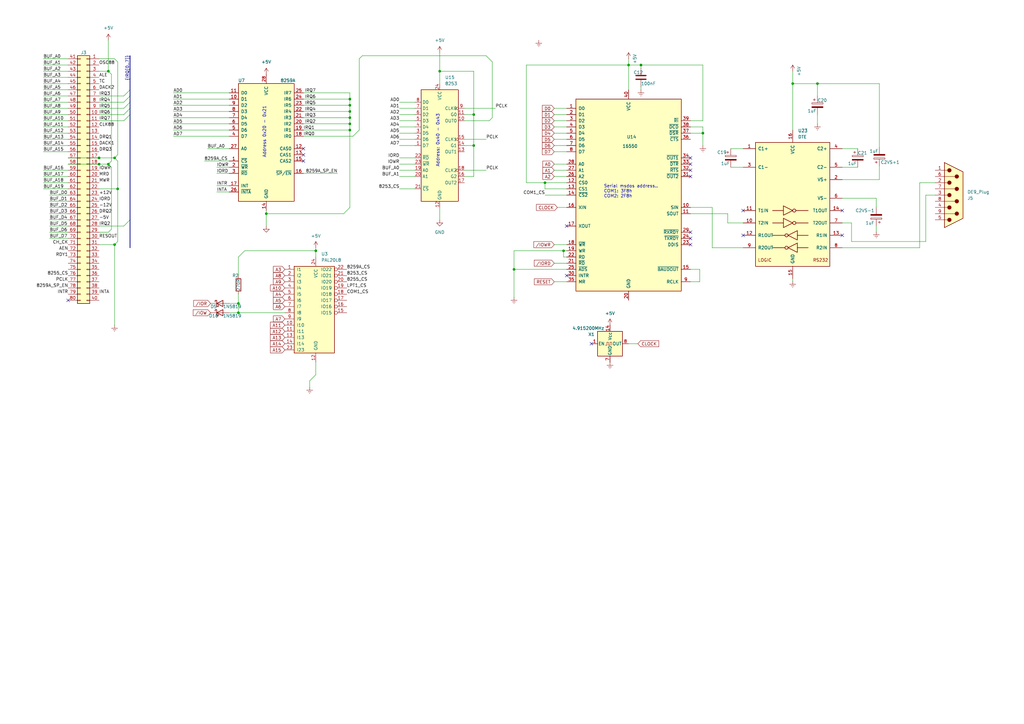
<source format=kicad_sch>
(kicad_sch (version 20230121) (generator eeschema)
  (paper "A3")
  (lib_symbols
    (symbol "+5V_1" (power) (pin_names (offset 0))
      (property "Value" "+5V_1" (at 0 3.556 0))
      (symbol "+5V_1_1_1"
        (pin power_in line (at 0 0 90) (length 0) hide (name "+5V") (number "1"))
      )
    )
    (symbol "Connector:DE9_Plug" (pin_names (offset 1.016) hide)
      (property "Reference" "J" (at 0 13.97 0))
      (property "Value" "DE9_Plug" (at 0 -14.605 0))
      (symbol "DE9_Plug_1_1"
        (pin passive line (at -7.62 -10.16 0) (length 3.81) (name "1") (number "1"))
        (pin passive line (at -7.62 -5.08 0) (length 3.81) (name "2") (number "2"))
        (pin passive line (at -7.62 0 0) (length 3.81) (name "3") (number "3"))
        (pin passive line (at -7.62 5.08 0) (length 3.81) (name "4") (number "4"))
        (pin passive line (at -7.62 10.16 0) (length 3.81) (name "5") (number "5"))
        (pin passive line (at -7.62 -7.62 0) (length 3.81) (name "6") (number "6"))
        (pin passive line (at -7.62 -2.54 0) (length 3.81) (name "7") (number "7"))
        (pin passive line (at -7.62 2.54 0) (length 3.81) (name "8") (number "8"))
        (pin passive line (at -7.62 7.62 0) (length 3.81) (name "9") (number "9"))
      )
    )
    (symbol "Connector_Generic:Conn_02x40_Top_Bottom" (pin_names (offset 1.016) hide)
      (property "Reference" "J" (at 1.27 50.8 0))
      (property "Value" "Conn_02x40_Top_Bottom" (at 1.27 -53.34 0))
      (symbol "Conn_02x40_Top_Bottom_1_1"
        (pin passive line (at -5.08 48.26 0) (length 3.81) (name "Pin_1") (number "1"))
        (pin passive line (at -5.08 25.4 0) (length 3.81) (name "Pin_10") (number "10"))
        (pin passive line (at -5.08 22.86 0) (length 3.81) (name "Pin_11") (number "11"))
        (pin passive line (at -5.08 20.32 0) (length 3.81) (name "Pin_12") (number "12"))
        (pin passive line (at -5.08 17.78 0) (length 3.81) (name "Pin_13") (number "13"))
        (pin passive line (at -5.08 15.24 0) (length 3.81) (name "Pin_14") (number "14"))
        (pin passive line (at -5.08 12.7 0) (length 3.81) (name "Pin_15") (number "15"))
        (pin passive line (at -5.08 10.16 0) (length 3.81) (name "Pin_16") (number "16"))
        (pin passive line (at -5.08 7.62 0) (length 3.81) (name "Pin_17") (number "17"))
        (pin passive line (at -5.08 5.08 0) (length 3.81) (name "Pin_18") (number "18"))
        (pin passive line (at -5.08 2.54 0) (length 3.81) (name "Pin_19") (number "19"))
        (pin passive line (at -5.08 45.72 0) (length 3.81) (name "Pin_2") (number "2"))
        (pin passive line (at -5.08 0 0) (length 3.81) (name "Pin_20") (number "20"))
        (pin passive line (at -5.08 -2.54 0) (length 3.81) (name "Pin_21") (number "21"))
        (pin passive line (at -5.08 -5.08 0) (length 3.81) (name "Pin_22") (number "22"))
        (pin passive line (at -5.08 -7.62 0) (length 3.81) (name "Pin_23") (number "23"))
        (pin passive line (at -5.08 -10.16 0) (length 3.81) (name "Pin_24") (number "24"))
        (pin passive line (at -5.08 -12.7 0) (length 3.81) (name "Pin_25") (number "25"))
        (pin passive line (at -5.08 -15.24 0) (length 3.81) (name "Pin_26") (number "26"))
        (pin passive line (at -5.08 -17.78 0) (length 3.81) (name "Pin_27") (number "27"))
        (pin passive line (at -5.08 -20.32 0) (length 3.81) (name "Pin_28") (number "28"))
        (pin passive line (at -5.08 -22.86 0) (length 3.81) (name "Pin_29") (number "29"))
        (pin passive line (at -5.08 43.18 0) (length 3.81) (name "Pin_3") (number "3"))
        (pin passive line (at -5.08 -25.4 0) (length 3.81) (name "Pin_30") (number "30"))
        (pin passive line (at -5.08 -27.94 0) (length 3.81) (name "Pin_31") (number "31"))
        (pin passive line (at -5.08 -30.48 0) (length 3.81) (name "Pin_32") (number "32"))
        (pin passive line (at -5.08 -33.02 0) (length 3.81) (name "Pin_33") (number "33"))
        (pin passive line (at -5.08 -35.56 0) (length 3.81) (name "Pin_34") (number "34"))
        (pin passive line (at -5.08 -38.1 0) (length 3.81) (name "Pin_35") (number "35"))
        (pin passive line (at -5.08 -40.64 0) (length 3.81) (name "Pin_36") (number "36"))
        (pin passive line (at -5.08 -43.18 0) (length 3.81) (name "Pin_37") (number "37"))
        (pin passive line (at -5.08 -45.72 0) (length 3.81) (name "Pin_38") (number "38"))
        (pin passive line (at -5.08 -48.26 0) (length 3.81) (name "Pin_39") (number "39"))
        (pin passive line (at -5.08 40.64 0) (length 3.81) (name "Pin_4") (number "4"))
        (pin passive line (at -5.08 -50.8 0) (length 3.81) (name "Pin_40") (number "40"))
        (pin passive line (at 7.62 48.26 180) (length 3.81) (name "Pin_41") (number "41"))
        (pin passive line (at 7.62 45.72 180) (length 3.81) (name "Pin_42") (number "42"))
        (pin passive line (at 7.62 43.18 180) (length 3.81) (name "Pin_43") (number "43"))
        (pin passive line (at 7.62 40.64 180) (length 3.81) (name "Pin_44") (number "44"))
        (pin passive line (at 7.62 38.1 180) (length 3.81) (name "Pin_45") (number "45"))
        (pin passive line (at 7.62 35.56 180) (length 3.81) (name "Pin_46") (number "46"))
        (pin passive line (at 7.62 33.02 180) (length 3.81) (name "Pin_47") (number "47"))
        (pin passive line (at 7.62 30.48 180) (length 3.81) (name "Pin_48") (number "48"))
        (pin passive line (at 7.62 27.94 180) (length 3.81) (name "Pin_49") (number "49"))
        (pin passive line (at -5.08 38.1 0) (length 3.81) (name "Pin_5") (number "5"))
        (pin passive line (at 7.62 25.4 180) (length 3.81) (name "Pin_50") (number "50"))
        (pin passive line (at 7.62 22.86 180) (length 3.81) (name "Pin_51") (number "51"))
        (pin passive line (at 7.62 20.32 180) (length 3.81) (name "Pin_52") (number "52"))
        (pin passive line (at 7.62 17.78 180) (length 3.81) (name "Pin_53") (number "53"))
        (pin passive line (at 7.62 15.24 180) (length 3.81) (name "Pin_54") (number "54"))
        (pin passive line (at 7.62 12.7 180) (length 3.81) (name "Pin_55") (number "55"))
        (pin passive line (at 7.62 10.16 180) (length 3.81) (name "Pin_56") (number "56"))
        (pin passive line (at 7.62 7.62 180) (length 3.81) (name "Pin_57") (number "57"))
        (pin passive line (at 7.62 5.08 180) (length 3.81) (name "Pin_58") (number "58"))
        (pin passive line (at 7.62 2.54 180) (length 3.81) (name "Pin_59") (number "59"))
        (pin passive line (at -5.08 35.56 0) (length 3.81) (name "Pin_6") (number "6"))
        (pin passive line (at 7.62 0 180) (length 3.81) (name "Pin_60") (number "60"))
        (pin passive line (at 7.62 -2.54 180) (length 3.81) (name "Pin_61") (number "61"))
        (pin passive line (at 7.62 -5.08 180) (length 3.81) (name "Pin_62") (number "62"))
        (pin passive line (at 7.62 -7.62 180) (length 3.81) (name "Pin_63") (number "63"))
        (pin passive line (at 7.62 -10.16 180) (length 3.81) (name "Pin_64") (number "64"))
        (pin passive line (at 7.62 -12.7 180) (length 3.81) (name "Pin_65") (number "65"))
        (pin passive line (at 7.62 -15.24 180) (length 3.81) (name "Pin_66") (number "66"))
        (pin passive line (at 7.62 -17.78 180) (length 3.81) (name "Pin_67") (number "67"))
        (pin passive line (at 7.62 -20.32 180) (length 3.81) (name "Pin_68") (number "68"))
        (pin passive line (at 7.62 -22.86 180) (length 3.81) (name "Pin_69") (number "69"))
        (pin passive line (at -5.08 33.02 0) (length 3.81) (name "Pin_7") (number "7"))
        (pin passive line (at 7.62 -25.4 180) (length 3.81) (name "Pin_70") (number "70"))
        (pin passive line (at 7.62 -27.94 180) (length 3.81) (name "Pin_71") (number "71"))
        (pin passive line (at 7.62 -30.48 180) (length 3.81) (name "Pin_72") (number "72"))
        (pin passive line (at 7.62 -33.02 180) (length 3.81) (name "Pin_73") (number "73"))
        (pin passive line (at 7.62 -35.56 180) (length 3.81) (name "Pin_74") (number "74"))
        (pin passive line (at 7.62 -38.1 180) (length 3.81) (name "Pin_75") (number "75"))
        (pin passive line (at 7.62 -40.64 180) (length 3.81) (name "Pin_76") (number "76"))
        (pin passive line (at 7.62 -43.18 180) (length 3.81) (name "Pin_77") (number "77"))
        (pin passive line (at 7.62 -45.72 180) (length 3.81) (name "Pin_78") (number "78"))
        (pin passive line (at 7.62 -48.26 180) (length 3.81) (name "Pin_79") (number "79"))
        (pin passive line (at -5.08 30.48 0) (length 3.81) (name "Pin_8") (number "8"))
        (pin passive line (at 7.62 -50.8 180) (length 3.81) (name "Pin_80") (number "80"))
        (pin passive line (at -5.08 27.94 0) (length 3.81) (name "Pin_9") (number "9"))
      )
    )
    (symbol "Device:C" (pin_numbers hide) (pin_names (offset 0.254))
      (property "Reference" "C" (at 0.635 2.54 0))
      (property "Value" "C" (at 0.635 -2.54 0))
      (symbol "C_1_1"
        (pin passive line (at 0 3.81 270) (length 2.794) (name "~") (number "1"))
        (pin passive line (at 0 -3.81 90) (length 2.794) (name "~") (number "2"))
      )
    )
    (symbol "Device:C_Polarized" (pin_numbers hide) (pin_names (offset 0.254))
      (property "Reference" "C" (at 0.635 2.54 0))
      (property "Value" "C_Polarized" (at 0.635 -2.54 0))
      (symbol "C_Polarized_1_1"
        (pin passive line (at 0 3.81 270) (length 2.794) (name "~") (number "1"))
        (pin passive line (at 0 -3.81 90) (length 2.794) (name "~") (number "2"))
      )
    )
    (symbol "Device:R" (pin_numbers hide) (pin_names (offset 0))
      (property "Reference" "R" (at 2.032 0 90))
      (property "Value" "R" (at 0 0 90))
      (symbol "R_1_1"
        (pin passive line (at 0 3.81 270) (length 1.27) (name "~") (number "1"))
        (pin passive line (at 0 -3.81 90) (length 1.27) (name "~") (number "2"))
      )
    )
    (symbol "Diode:1N5819" (pin_numbers hide) (pin_names (offset 1.016) hide)
      (property "Reference" "D" (at 0 2.54 0))
      (property "Value" "1N5819" (at 0 -2.54 0))
      (symbol "1N5819_1_1"
        (pin passive line (at -3.81 0 0) (length 2.54) (name "K") (number "1"))
        (pin passive line (at 3.81 0 180) (length 2.54) (name "A") (number "2"))
      )
    )
    (symbol "Interface:8259A" (pin_names (offset 1.016))
      (property "Reference" "U" (at -10.16 25.4 0))
      (property "Value" "8259A" (at 8.89 25.4 0))
      (symbol "8259A_1_1"
        (pin input line (at -15.24 -7.62 0) (length 3.81) (name "~{CS}") (number "1"))
        (pin bidirectional line (at -15.24 17.78 0) (length 3.81) (name "D1") (number "10"))
        (pin bidirectional line (at -15.24 20.32 0) (length 3.81) (name "D0") (number "11"))
        (pin input line (at 15.24 -2.54 180) (length 3.81) (name "CAS0") (number "12"))
        (pin output line (at 15.24 -5.08 180) (length 3.81) (name "CAS1") (number "13"))
        (pin power_in line (at 0 -27.94 90) (length 3.81) (name "GND") (number "14"))
        (pin output line (at 15.24 -7.62 180) (length 3.81) (name "CAS2") (number "15"))
        (pin bidirectional line (at 15.24 -12.7 180) (length 3.81) (name "~{SP}/~{EN}") (number "16"))
        (pin output line (at -15.24 -17.78 0) (length 3.81) (name "INT") (number "17"))
        (pin input line (at 15.24 2.54 180) (length 3.81) (name "IR0") (number "18"))
        (pin input line (at 15.24 5.08 180) (length 3.81) (name "IR1") (number "19"))
        (pin input line (at -15.24 -10.16 0) (length 3.81) (name "~{WR}") (number "2"))
        (pin input line (at 15.24 7.62 180) (length 3.81) (name "IR2") (number "20"))
        (pin input line (at 15.24 10.16 180) (length 3.81) (name "IR3") (number "21"))
        (pin input line (at 15.24 12.7 180) (length 3.81) (name "IR4") (number "22"))
        (pin input line (at 15.24 15.24 180) (length 3.81) (name "IR5") (number "23"))
        (pin input line (at 15.24 17.78 180) (length 3.81) (name "IR6") (number "24"))
        (pin input line (at 15.24 20.32 180) (length 3.81) (name "IR7") (number "25"))
        (pin input line (at -15.24 -20.32 0) (length 3.81) (name "~{INTA}") (number "26"))
        (pin input line (at -15.24 -2.54 0) (length 3.81) (name "A0") (number "27"))
        (pin power_in line (at 0 27.94 270) (length 3.81) (name "VCC") (number "28"))
        (pin input line (at -15.24 -12.7 0) (length 3.81) (name "~{RD}") (number "3"))
        (pin bidirectional line (at -15.24 2.54 0) (length 3.81) (name "D7") (number "4"))
        (pin bidirectional line (at -15.24 5.08 0) (length 3.81) (name "D6") (number "5"))
        (pin bidirectional line (at -15.24 7.62 0) (length 3.81) (name "D5") (number "6"))
        (pin bidirectional line (at -15.24 10.16 0) (length 3.81) (name "D4") (number "7"))
        (pin bidirectional line (at -15.24 12.7 0) (length 3.81) (name "D3") (number "8"))
        (pin bidirectional line (at -15.24 15.24 0) (length 3.81) (name "D2") (number "9"))
      )
    )
    (symbol "Interface_UART:16550" (pin_names (offset 1.016))
      (property "Reference" "U" (at -21.59 40.64 0))
      (property "Value" "16550" (at 15.24 40.64 0))
      (symbol "16550_1_1"
        (pin bidirectional line (at -25.4 35.56 0) (length 3.81) (name "D0") (number "1"))
        (pin input line (at 25.4 -5.08 180) (length 3.81) (name "SIN") (number "10"))
        (pin output line (at 25.4 -7.62 180) (length 3.81) (name "SOUT") (number "11"))
        (pin input line (at -25.4 5.08 0) (length 3.81) (name "CS0") (number "12"))
        (pin input line (at -25.4 2.54 0) (length 3.81) (name "CS1") (number "13"))
        (pin input line (at -25.4 0 0) (length 3.81) (name "~{CS2}") (number "14"))
        (pin output line (at 25.4 -30.48 180) (length 3.81) (name "~{BAUDOUT}") (number "15"))
        (pin input line (at -25.4 -5.08 0) (length 3.81) (name "XIN") (number "16"))
        (pin output line (at -25.4 -12.7 0) (length 3.81) (name "XOUT") (number "17"))
        (pin input line (at -25.4 -20.32 0) (length 3.81) (name "~{WR}") (number "18"))
        (pin input line (at -25.4 -22.86 0) (length 3.81) (name "WR") (number "19"))
        (pin bidirectional line (at -25.4 33.02 0) (length 3.81) (name "D1") (number "2"))
        (pin power_in line (at 0 -43.18 90) (length 3.81) (name "GND") (number "20"))
        (pin input line (at -25.4 -27.94 0) (length 3.81) (name "~{RD}") (number "21"))
        (pin input line (at -25.4 -25.4 0) (length 3.81) (name "RD") (number "22"))
        (pin output line (at 25.4 -20.32 180) (length 3.81) (name "DDIS") (number "23"))
        (pin output line (at 25.4 -17.78 180) (length 3.81) (name "~{TXRDY}") (number "24"))
        (pin input line (at -25.4 -30.48 0) (length 3.81) (name "~{ADS}") (number "25"))
        (pin input line (at -25.4 7.62 0) (length 3.81) (name "A2") (number "26"))
        (pin input line (at -25.4 10.16 0) (length 3.81) (name "A1") (number "27"))
        (pin input line (at -25.4 12.7 0) (length 3.81) (name "A0") (number "28"))
        (pin output line (at 25.4 -15.24 180) (length 3.81) (name "~{RXRDY}") (number "29"))
        (pin bidirectional line (at -25.4 30.48 0) (length 3.81) (name "D2") (number "3"))
        (pin output line (at -25.4 -33.02 0) (length 3.81) (name "INTR") (number "30"))
        (pin output line (at 25.4 7.62 180) (length 3.81) (name "~{OUT2}") (number "31"))
        (pin output line (at 25.4 10.16 180) (length 3.81) (name "~{RTS}") (number "32"))
        (pin output line (at 25.4 12.7 180) (length 3.81) (name "~{DTR}") (number "33"))
        (pin output line (at 25.4 15.24 180) (length 3.81) (name "~{OUT1}") (number "34"))
        (pin input line (at -25.4 -35.56 0) (length 3.81) (name "MR") (number "35"))
        (pin input line (at 25.4 22.86 180) (length 3.81) (name "~{CTS}") (number "36"))
        (pin input line (at 25.4 25.4 180) (length 3.81) (name "~{DSR}") (number "37"))
        (pin input line (at 25.4 27.94 180) (length 3.81) (name "~{DCD}") (number "38"))
        (pin input line (at 25.4 30.48 180) (length 3.81) (name "~{RI}") (number "39"))
        (pin bidirectional line (at -25.4 27.94 0) (length 3.81) (name "D3") (number "4"))
        (pin power_in line (at 0 43.18 270) (length 3.81) (name "VCC") (number "40"))
        (pin bidirectional line (at -25.4 25.4 0) (length 3.81) (name "D4") (number "5"))
        (pin bidirectional line (at -25.4 22.86 0) (length 3.81) (name "D5") (number "6"))
        (pin bidirectional line (at -25.4 20.32 0) (length 3.81) (name "D6") (number "7"))
        (pin bidirectional line (at -25.4 17.78 0) (length 3.81) (name "D7") (number "8"))
        (pin input line (at 25.4 -35.56 180) (length 3.81) (name "RCLK") (number "9"))
      )
    )
    (symbol "Interface_UART:MAX232" (pin_names (offset 1.016))
      (property "Reference" "U" (at -2.54 28.575 0))
      (property "Value" "MAX232" (at -2.54 26.67 0))
      (symbol "MAX232_0_0"
        (text "LOGIC" (at -11.43 -22.86 0) (effects (font (size 1.27 1.27))))
        (text "RS232" (at 11.43 -22.86 0) (effects (font (size 1.27 1.27))))
      )
      (symbol "MAX232_1_1"
        (pin passive line (at -20.32 22.86 0) (length 5.08) (name "C1+") (number "1"))
        (pin input line (at -20.32 -7.62 0) (length 5.08) (name "T2IN") (number "10"))
        (pin input line (at -20.32 -2.54 0) (length 5.08) (name "T1IN") (number "11"))
        (pin output line (at -20.32 -12.7 0) (length 5.08) (name "R1OUT") (number "12"))
        (pin input line (at 20.32 -12.7 180) (length 5.08) (name "R1IN") (number "13"))
        (pin output line (at 20.32 -2.54 180) (length 5.08) (name "T1OUT") (number "14"))
        (pin power_in line (at 0 -30.48 90) (length 5.08) (name "GND") (number "15"))
        (pin power_in line (at 0 30.48 270) (length 5.08) (name "VCC") (number "16"))
        (pin power_out line (at 20.32 10.16 180) (length 5.08) (name "VS+") (number "2"))
        (pin passive line (at -20.32 15.24 0) (length 5.08) (name "C1-") (number "3"))
        (pin passive line (at 20.32 22.86 180) (length 5.08) (name "C2+") (number "4"))
        (pin passive line (at 20.32 15.24 180) (length 5.08) (name "C2-") (number "5"))
        (pin power_out line (at 20.32 2.54 180) (length 5.08) (name "VS-") (number "6"))
        (pin output line (at 20.32 -7.62 180) (length 5.08) (name "T2OUT") (number "7"))
        (pin input line (at 20.32 -17.78 180) (length 5.08) (name "R2IN") (number "8"))
        (pin output line (at -20.32 -17.78 0) (length 5.08) (name "R2OUT") (number "9"))
      )
    )
    (symbol "Logic_Programmable:PAL20L8" (pin_names (offset 1.016))
      (property "Reference" "U" (at -8.89 21.59 0))
      (property "Value" "PAL20L8" (at 1.27 21.59 0))
      (symbol "PAL20L8_0_0"
        (pin power_in line (at 0 -20.32 90) (length 3.81) (name "GND") (number "12"))
        (pin power_in line (at 0 22.86 270) (length 3.81) (name "VCC") (number "24"))
      )
      (symbol "PAL20L8_1_1"
        (pin input line (at -12.7 17.78 0) (length 3.81) (name "I1") (number "1"))
        (pin input line (at -12.7 -5.08 0) (length 3.81) (name "I10") (number "10"))
        (pin input line (at -12.7 -7.62 0) (length 3.81) (name "I11") (number "11"))
        (pin input line (at -12.7 -10.16 0) (length 3.81) (name "I13") (number "13"))
        (pin input line (at -12.7 -12.7 0) (length 3.81) (name "I14") (number "14"))
        (pin tri_state inverted (at 12.7 0 180) (length 5.08) (name "IO15") (number "15"))
        (pin tri_state inverted (at 12.7 2.54 180) (length 5.08) (name "IO16") (number "16"))
        (pin tri_state inverted (at 12.7 5.08 180) (length 5.08) (name "IO17") (number "17"))
        (pin tri_state inverted (at 12.7 7.62 180) (length 5.08) (name "IO18") (number "18"))
        (pin tri_state inverted (at 12.7 10.16 180) (length 5.08) (name "IO19") (number "19"))
        (pin input line (at -12.7 15.24 0) (length 3.81) (name "I2") (number "2"))
        (pin tri_state inverted (at 12.7 12.7 180) (length 5.08) (name "I020") (number "20"))
        (pin tri_state inverted (at 12.7 15.24 180) (length 5.08) (name "IO21") (number "21"))
        (pin tri_state inverted (at 12.7 17.78 180) (length 5.08) (name "IO22") (number "22"))
        (pin input line (at -12.7 -15.24 0) (length 3.81) (name "I23") (number "23"))
        (pin input line (at -12.7 12.7 0) (length 3.81) (name "I3") (number "3"))
        (pin input line (at -12.7 10.16 0) (length 3.81) (name "I4") (number "4"))
        (pin input line (at -12.7 7.62 0) (length 3.81) (name "I5") (number "5"))
        (pin input line (at -12.7 5.08 0) (length 3.81) (name "I6") (number "6"))
        (pin input line (at -12.7 2.54 0) (length 3.81) (name "I7") (number "7"))
        (pin input line (at -12.7 0 0) (length 3.81) (name "I8") (number "8"))
        (pin input line (at -12.7 -2.54 0) (length 3.81) (name "I9") (number "9"))
      )
    )
    (symbol "Oscillator:CXO_DIP14" (pin_names (offset 0.254))
      (property "Reference" "X" (at -5.08 6.35 0))
      (property "Value" "CXO_DIP14" (at 1.27 -6.35 0))
      (symbol "CXO_DIP14_1_1"
        (pin input line (at -7.62 0 0) (length 2.54) (name "EN") (number "1"))
        (pin power_in line (at 0 7.62 270) (length 2.54) (name "Vcc") (number "14"))
        (pin power_in line (at 0 -7.62 90) (length 2.54) (name "GND") (number "7"))
        (pin output line (at 7.62 0 180) (length 2.54) (name "OUT") (number "8"))
      )
    )
    (symbol "Timer:8253"
      (property "Reference" "U" (at -5.08 24.13 0))
      (property "Value" "8253" (at 2.54 24.13 0))
      (symbol "8253_1_1"
        (pin bidirectional line (at -10.16 0 0) (length 2.54) (name "D7") (number "1"))
        (pin output line (at 10.16 10.16 180) (length 2.54) (name "OUT0") (number "10"))
        (pin input line (at 10.16 12.7 180) (length 2.54) (name "G0") (number "11"))
        (pin power_in line (at 0 -25.4 90) (length 2.54) (name "GND") (number "12"))
        (pin output line (at 10.16 -2.54 180) (length 2.54) (name "OUT1") (number "13"))
        (pin input line (at 10.16 0 180) (length 2.54) (name "G1") (number "14"))
        (pin input clock (at 10.16 2.54 180) (length 2.54) (name "CLK1") (number "15"))
        (pin input line (at 10.16 -12.7 180) (length 2.54) (name "G2") (number "16"))
        (pin output line (at 10.16 -15.24 180) (length 2.54) (name "OUT2") (number "17"))
        (pin input clock (at 10.16 -10.16 180) (length 2.54) (name "CLK2") (number "18"))
        (pin input line (at -10.16 -10.16 0) (length 2.54) (name "A0") (number "19"))
        (pin bidirectional line (at -10.16 2.54 0) (length 2.54) (name "D6") (number "2"))
        (pin input line (at -10.16 -12.7 0) (length 2.54) (name "A1") (number "20"))
        (pin input line (at -10.16 -17.78 0) (length 2.54) (name "~{CS}") (number "21"))
        (pin input line (at -10.16 -5.08 0) (length 2.54) (name "~{RD}") (number "22"))
        (pin input line (at -10.16 -7.62 0) (length 2.54) (name "~{WR}") (number "23"))
        (pin power_in line (at 0 25.4 270) (length 2.54) (name "VCC") (number "24"))
        (pin bidirectional line (at -10.16 5.08 0) (length 2.54) (name "D5") (number "3"))
        (pin bidirectional line (at -10.16 7.62 0) (length 2.54) (name "D4") (number "4"))
        (pin bidirectional line (at -10.16 10.16 0) (length 2.54) (name "D3") (number "5"))
        (pin bidirectional line (at -10.16 12.7 0) (length 2.54) (name "D2") (number "6"))
        (pin bidirectional line (at -10.16 15.24 0) (length 2.54) (name "D1") (number "7"))
        (pin bidirectional line (at -10.16 17.78 0) (length 2.54) (name "D0") (number "8"))
        (pin input clock (at 10.16 15.24 180) (length 2.54) (name "CLK0") (number "9"))
      )
    )
    (symbol "power:+5V" (power) (pin_names (offset 0))
      (property "Value" "+5V" (at 0 3.556 0))
      (symbol "+5V_1_1"
        (pin power_in line (at 0 0 90) (length 0) hide (name "+5V") (number "1"))
      )
    )
    (symbol "power:GND" (power) (pin_names (offset 0))
      (property "Value" "GND" (at 0 -3.81 0))
      (symbol "GND_1_1"
        (pin power_in line (at 0 0 270) (length 0) hide (name "GND") (number "1"))
      )
    )
    (symbol "power:GNDREF" (power) (pin_names (offset 0))
      (property "Value" "GNDREF" (at 0 -3.81 0))
      (symbol "GNDREF_1_1"
        (pin power_in line (at 0 0 270) (length 0) hide (name "GNDREF") (number "1"))
      )
    )
  )
  (junction (at 143.51 45.72))
  (junction (at 97.79 128.27))
  (junction (at 194.31 59.69))
  (junction (at 143.51 53.34))
  (junction (at 288.29 54.61))
  (junction (at 97.79 124.46))
  (junction (at 257.81 26.67))
  (junction (at 46.99 100.33))
  (junction (at 44.45 29.21))
  (junction (at 143.51 43.18))
  (junction (at 231.14 102.87))
  (junction (at 129.54 102.87))
  (junction (at 40.64 64.77))
  (junction (at 44.45 67.31))
  (junction (at 325.12 34.29))
  (junction (at 194.31 46.99))
  (junction (at 40.64 67.31))
  (junction (at 143.51 40.64))
  (junction (at 210.82 110.49))
  (junction (at 335.28 34.29))
  (junction (at 143.51 50.8))
  (junction (at 48.26 77.47))
  (junction (at 223.52 74.93))
  (junction (at 262.89 26.67))
  (junction (at 143.51 48.26))
  (junction (at 180.34 29.21))
  (junction (at 109.22 87.63))
  (junction (at 46.99 64.77))
  (no_connect (at 283.21 69.85))
  (no_connect (at 345.44 86.36))
  (no_connect (at 283.21 100.33))
  (no_connect (at 283.21 72.39))
  (no_connect (at 345.44 96.52))
  (no_connect (at 124.46 66.04))
  (no_connect (at 304.8 96.52))
  (no_connect (at 283.21 97.79))
  (no_connect (at 124.46 60.96))
  (no_connect (at 304.8 86.36))
  (no_connect (at 283.21 64.77))
  (no_connect (at 232.41 113.03))
  (no_connect (at 283.21 95.25))
  (no_connect (at 124.46 63.5))
  (no_connect (at 242.57 140.97))
  (no_connect (at 283.21 67.31))
  (no_connect (at 27.94 123.19))
  (no_connect (at 232.41 92.71))
  (bus_entry (at 53.34 41.91) (size -2.54 2.54))
  (bus_entry (at 53.34 39.37) (size -2.54 2.54))
  (bus_entry (at 53.34 90.17) (size -2.54 2.54))
  (bus_entry (at 53.34 44.45) (size -2.54 2.54))
  (bus_entry (at 53.34 36.83) (size -2.54 2.54))
  (bus_entry (at 53.34 46.99) (size -2.54 2.54))
  (wire (pts (xy 88.9 68.58) (xy 93.98 68.58)))
  (wire (pts (xy 190.5 72.39) (xy 194.31 72.39)))
  (wire (pts (xy 194.31 59.69) (xy 194.31 72.39)))
  (wire (pts (xy 379.73 80.01) (xy 383.54 80.01)))
  (wire (pts (xy 46.99 100.33) (xy 46.99 133.35)))
  (wire (pts (xy 40.64 46.99) (xy 50.8 46.99)))
  (wire (pts (xy 17.78 57.15) (xy 27.94 57.15)))
  (wire (pts (xy 180.34 29.21) (xy 180.34 34.29)))
  (wire (pts (xy 143.51 43.18) (xy 143.51 45.72)))
  (wire (pts (xy 147.32 24.13) (xy 147.32 53.34)))
  (wire (pts (xy 17.78 59.69) (xy 27.94 59.69)))
  (wire (pts (xy 27.94 67.31) (xy 40.64 67.31)))
  (wire (pts (xy 201.93 48.26) (xy 201.93 25.4)))
  (wire (pts (xy 292.1 85.09) (xy 283.21 85.09)))
  (wire (pts (xy 163.83 57.15) (xy 170.18 57.15)))
  (wire (pts (xy 180.34 29.21) (xy 194.31 29.21)))
  (wire (pts (xy 48.26 66.04) (xy 46.99 64.77)))
  (wire (pts (xy 17.78 31.75) (xy 27.94 31.75)))
  (wire (pts (xy 298.45 87.63) (xy 298.45 91.44)))
  (wire (pts (xy 325.12 29.21) (xy 325.12 34.29)))
  (wire (pts (xy 143.51 48.26) (xy 143.51 50.8)))
  (wire (pts (xy 232.41 102.87) (xy 231.14 102.87)))
  (wire (pts (xy 40.64 77.47) (xy 48.26 77.47)))
  (wire (pts (xy 20.32 92.71) (xy 27.94 92.71)))
  (wire (pts (xy 88.9 71.12) (xy 93.98 71.12)))
  (wire (pts (xy 97.79 105.41) (xy 100.33 102.87)))
  (wire (pts (xy 215.9 26.67) (xy 215.9 74.93)))
  (wire (pts (xy 203.2 44.45) (xy 190.5 44.45)))
  (wire (pts (xy 163.83 52.07) (xy 170.18 52.07)))
  (wire (pts (xy 124.46 55.88) (xy 144.78 55.88)))
  (wire (pts (xy 288.29 52.07) (xy 288.29 54.61)))
  (wire (pts (xy 210.82 102.87) (xy 231.14 102.87)))
  (wire (pts (xy 262.89 36.83) (xy 262.89 35.56)))
  (wire (pts (xy 190.5 46.99) (xy 194.31 46.99)))
  (wire (pts (xy 17.78 39.37) (xy 27.94 39.37)))
  (wire (pts (xy 210.82 110.49) (xy 210.82 121.92)))
  (wire (pts (xy 227.33 54.61) (xy 232.41 54.61)))
  (wire (pts (xy 232.41 105.41) (xy 231.14 105.41)))
  (wire (pts (xy 71.12 43.18) (xy 93.98 43.18)))
  (wire (pts (xy 143.51 85.09) (xy 140.97 87.63)))
  (wire (pts (xy 180.34 90.17) (xy 180.34 85.09)))
  (wire (pts (xy 345.44 68.58) (xy 351.79 68.58)))
  (wire (pts (xy 20.32 97.79) (xy 27.94 97.79)))
  (wire (pts (xy 20.32 90.17) (xy 27.94 90.17)))
  (wire (pts (xy 17.78 72.39) (xy 27.94 72.39)))
  (wire (pts (xy 17.78 26.67) (xy 27.94 26.67)))
  (wire (pts (xy 163.83 44.45) (xy 170.18 44.45)))
  (wire (pts (xy 163.83 72.39) (xy 170.18 72.39)))
  (wire (pts (xy 257.81 26.67) (xy 257.81 36.83)))
  (wire (pts (xy 379.73 99.06) (xy 379.73 80.01)))
  (wire (pts (xy 262.89 26.67) (xy 257.81 26.67)))
  (wire (pts (xy 48.26 77.47) (xy 48.26 66.04)))
  (wire (pts (xy 163.83 77.47) (xy 170.18 77.47)))
  (wire (pts (xy 200.66 49.53) (xy 201.93 48.26)))
  (wire (pts (xy 124.46 48.26) (xy 143.51 48.26)))
  (wire (pts (xy 40.64 41.91) (xy 50.8 41.91)))
  (wire (pts (xy 227.33 46.99) (xy 232.41 46.99)))
  (wire (pts (xy 190.5 59.69) (xy 194.31 59.69)))
  (wire (pts (xy 335.28 46.99) (xy 335.28 50.8)))
  (wire (pts (xy 27.94 64.77) (xy 40.64 64.77)))
  (wire (pts (xy 97.79 124.46) (xy 97.79 128.27)))
  (wire (pts (xy 163.83 69.85) (xy 170.18 69.85)))
  (wire (pts (xy 223.52 80.01) (xy 232.41 80.01)))
  (wire (pts (xy 360.68 73.66) (xy 360.68 68.072)))
  (bus (pts (xy 53.34 36.83) (xy 53.34 39.37)))
  (wire (pts (xy 45.72 93.98) (xy 45.72 68.58)))
  (wire (pts (xy 147.32 53.34) (xy 144.78 55.88)))
  (wire (pts (xy 377.19 101.6) (xy 377.19 74.93)))
  (bus (pts (xy 53.34 39.37) (xy 53.34 41.91)))
  (wire (pts (xy 223.52 74.93) (xy 232.41 74.93)))
  (wire (pts (xy 100.33 102.87) (xy 129.54 102.87)))
  (wire (pts (xy 20.32 85.09) (xy 27.94 85.09)))
  (bus (pts (xy 53.34 90.17) (xy 53.34 101.6)))
  (wire (pts (xy 45.72 68.58) (xy 44.45 67.31)))
  (wire (pts (xy 93.98 128.27) (xy 97.79 128.27)))
  (wire (pts (xy 48.26 63.5) (xy 46.99 64.77)))
  (wire (pts (xy 227.33 62.23) (xy 232.41 62.23)))
  (wire (pts (xy 190.5 49.53) (xy 200.66 49.53)))
  (wire (pts (xy 345.44 91.44) (xy 349.25 91.44)))
  (wire (pts (xy 17.78 77.47) (xy 27.94 77.47)))
  (wire (pts (xy 40.64 64.77) (xy 46.99 64.77)))
  (wire (pts (xy 325.12 114.3) (xy 325.12 115.316)))
  (wire (pts (xy 199.39 57.15) (xy 190.5 57.15)))
  (wire (pts (xy 227.33 107.95) (xy 232.41 107.95)))
  (wire (pts (xy 143.51 40.64) (xy 143.51 43.18)))
  (wire (pts (xy 71.12 38.1) (xy 93.98 38.1)))
  (wire (pts (xy 287.02 110.49) (xy 287.02 115.57)))
  (wire (pts (xy 40.64 49.53) (xy 50.8 49.53)))
  (wire (pts (xy 163.83 67.31) (xy 170.18 67.31)))
  (bus (pts (xy 53.34 46.99) (xy 53.34 90.17)))
  (wire (pts (xy 257.81 24.13) (xy 257.81 26.67)))
  (wire (pts (xy 109.22 87.63) (xy 109.22 86.36)))
  (wire (pts (xy 71.12 55.88) (xy 93.98 55.88)))
  (wire (pts (xy 335.28 34.29) (xy 325.12 34.29)))
  (wire (pts (xy 163.83 46.99) (xy 170.18 46.99)))
  (wire (pts (xy 143.51 45.72) (xy 143.51 48.26)))
  (wire (pts (xy 124.46 45.72) (xy 143.51 45.72)))
  (wire (pts (xy 40.64 92.71) (xy 50.8 92.71)))
  (wire (pts (xy 227.33 72.39) (xy 232.41 72.39)))
  (wire (pts (xy 71.12 45.72) (xy 93.98 45.72)))
  (wire (pts (xy 40.64 39.37) (xy 50.8 39.37)))
  (wire (pts (xy 335.28 39.37) (xy 335.28 34.29)))
  (wire (pts (xy 349.25 91.44) (xy 349.25 99.06)))
  (wire (pts (xy 227.33 67.31) (xy 232.41 67.31)))
  (wire (pts (xy 199.39 69.85) (xy 190.5 69.85)))
  (wire (pts (xy 215.9 26.67) (xy 257.81 26.67)))
  (wire (pts (xy 227.33 69.85) (xy 232.41 69.85)))
  (wire (pts (xy 71.12 53.34) (xy 93.98 53.34)))
  (wire (pts (xy 163.83 41.91) (xy 170.18 41.91)))
  (wire (pts (xy 124.46 50.8) (xy 143.51 50.8)))
  (wire (pts (xy 304.8 101.6) (xy 292.1 101.6)))
  (wire (pts (xy 194.31 29.21) (xy 194.31 46.99)))
  (wire (pts (xy 349.25 99.06) (xy 379.73 99.06)))
  (wire (pts (xy 46.99 24.13) (xy 48.26 25.4)))
  (wire (pts (xy 345.44 73.66) (xy 360.68 73.66)))
  (wire (pts (xy 359.41 92.71) (xy 359.41 94.996)))
  (wire (pts (xy 17.78 34.29) (xy 27.94 34.29)))
  (wire (pts (xy 40.64 29.21) (xy 44.45 29.21)))
  (wire (pts (xy 129.54 101.6) (xy 129.54 102.87)))
  (wire (pts (xy 48.26 25.4) (xy 48.26 63.5)))
  (wire (pts (xy 227.33 100.33) (xy 232.41 100.33)))
  (wire (pts (xy 97.79 120.65) (xy 97.79 124.46)))
  (wire (pts (xy 262.89 26.67) (xy 288.29 26.67)))
  (wire (pts (xy 283.21 54.61) (xy 288.29 54.61)))
  (wire (pts (xy 335.28 34.29) (xy 360.68 34.29)))
  (wire (pts (xy 40.64 67.31) (xy 44.45 67.31)))
  (wire (pts (xy 227.33 44.45) (xy 232.41 44.45)))
  (wire (pts (xy 228.6 85.09) (xy 232.41 85.09)))
  (wire (pts (xy 227.33 52.07) (xy 232.41 52.07)))
  (wire (pts (xy 88.9 78.74) (xy 93.98 78.74)))
  (wire (pts (xy 129.54 148.59) (xy 129.54 153.67)))
  (wire (pts (xy 194.31 46.99) (xy 194.31 59.69)))
  (wire (pts (xy 163.83 49.53) (xy 170.18 49.53)))
  (wire (pts (xy 85.09 60.96) (xy 93.98 60.96)))
  (wire (pts (xy 163.83 64.77) (xy 170.18 64.77)))
  (wire (pts (xy 288.29 26.67) (xy 288.29 49.53)))
  (wire (pts (xy 292.1 101.6) (xy 292.1 85.09)))
  (wire (pts (xy 93.98 124.46) (xy 97.79 124.46)))
  (bus (pts (xy 53.34 22.86) (xy 53.34 36.83)))
  (bus (pts (xy 53.34 44.45) (xy 53.34 46.99)))
  (wire (pts (xy 71.12 48.26) (xy 93.98 48.26)))
  (wire (pts (xy 124.46 38.1) (xy 143.51 38.1)))
  (wire (pts (xy 345.44 60.96) (xy 351.79 60.96)))
  (wire (pts (xy 143.51 50.8) (xy 143.51 53.34)))
  (wire (pts (xy 45.72 66.04) (xy 45.72 30.48)))
  (wire (pts (xy 283.21 87.63) (xy 298.45 87.63)))
  (wire (pts (xy 45.72 30.48) (xy 44.45 29.21)))
  (wire (pts (xy 44.45 95.25) (xy 45.72 93.98)))
  (wire (pts (xy 40.64 95.25) (xy 44.45 95.25)))
  (wire (pts (xy 17.78 52.07) (xy 27.94 52.07)))
  (wire (pts (xy 163.83 59.69) (xy 170.18 59.69)))
  (wire (pts (xy 124.46 40.64) (xy 143.51 40.64)))
  (wire (pts (xy 17.78 29.21) (xy 27.94 29.21)))
  (wire (pts (xy 143.51 38.1) (xy 143.51 40.64)))
  (wire (pts (xy 299.72 68.58) (xy 304.8 68.58)))
  (wire (pts (xy 360.68 34.29) (xy 360.68 60.452)))
  (wire (pts (xy 127 156.21) (xy 127 158.75)))
  (wire (pts (xy 199.39 22.86) (xy 201.93 25.4)))
  (wire (pts (xy 227.33 59.69) (xy 232.41 59.69)))
  (wire (pts (xy 215.9 74.93) (xy 223.52 74.93)))
  (wire (pts (xy 345.44 81.28) (xy 359.41 81.28)))
  (wire (pts (xy 124.46 71.12) (xy 138.43 71.12)))
  (wire (pts (xy 97.79 128.27) (xy 116.84 128.27)))
  (wire (pts (xy 45.72 66.04) (xy 44.45 67.31)))
  (wire (pts (xy 20.32 82.55) (xy 27.94 82.55)))
  (wire (pts (xy 17.78 54.61) (xy 27.94 54.61)))
  (wire (pts (xy 163.83 54.61) (xy 170.18 54.61)))
  (wire (pts (xy 261.62 140.97) (xy 257.81 140.97)))
  (wire (pts (xy 288.29 54.61) (xy 288.29 59.69)))
  (wire (pts (xy 129.54 102.87) (xy 129.54 105.41)))
  (wire (pts (xy 124.46 43.18) (xy 143.51 43.18)))
  (wire (pts (xy 48.26 99.06) (xy 48.26 77.47)))
  (wire (pts (xy 283.21 110.49) (xy 287.02 110.49)))
  (wire (pts (xy 20.32 80.01) (xy 27.94 80.01)))
  (wire (pts (xy 227.33 49.53) (xy 232.41 49.53)))
  (wire (pts (xy 20.32 87.63) (xy 27.94 87.63)))
  (wire (pts (xy 148.59 22.86) (xy 147.32 24.13)))
  (wire (pts (xy 359.41 81.28) (xy 359.41 85.09)))
  (wire (pts (xy 40.64 24.13) (xy 46.99 24.13)))
  (wire (pts (xy 17.78 69.85) (xy 27.94 69.85)))
  (wire (pts (xy 124.46 53.34) (xy 143.51 53.34)))
  (wire (pts (xy 180.34 21.59) (xy 180.34 29.21)))
  (wire (pts (xy 129.54 153.67) (xy 127 156.21)))
  (wire (pts (xy 44.45 16.51) (xy 44.45 29.21)))
  (wire (pts (xy 325.12 34.29) (xy 325.12 53.34)))
  (wire (pts (xy 210.82 102.87) (xy 210.82 110.49)))
  (wire (pts (xy 88.9 76.2) (xy 93.98 76.2)))
  (wire (pts (xy 223.52 74.93) (xy 223.52 77.47)))
  (wire (pts (xy 46.99 100.33) (xy 48.26 99.06)))
  (wire (pts (xy 223.52 77.47) (xy 232.41 77.47)))
  (wire (pts (xy 83.82 66.04) (xy 93.98 66.04)))
  (wire (pts (xy 17.78 49.53) (xy 27.94 49.53)))
  (wire (pts (xy 97.79 105.41) (xy 97.79 113.03)))
  (wire (pts (xy 287.02 115.57) (xy 283.21 115.57)))
  (wire (pts (xy 148.59 22.86) (xy 199.39 22.86)))
  (wire (pts (xy 299.72 60.96) (xy 304.8 60.96)))
  (wire (pts (xy 40.64 44.45) (xy 50.8 44.45)))
  (wire (pts (xy 345.44 101.6) (xy 377.19 101.6)))
  (wire (pts (xy 17.78 74.93) (xy 27.94 74.93)))
  (wire (pts (xy 17.78 41.91) (xy 27.94 41.91)))
  (wire (pts (xy 227.33 115.57) (xy 232.41 115.57)))
  (wire (pts (xy 17.78 62.23) (xy 27.94 62.23)))
  (wire (pts (xy 227.33 57.15) (xy 232.41 57.15)))
  (wire (pts (xy 20.32 95.25) (xy 27.94 95.25)))
  (wire (pts (xy 17.78 44.45) (xy 27.94 44.45)))
  (wire (pts (xy 210.82 110.49) (xy 232.41 110.49)))
  (wire (pts (xy 71.12 50.8) (xy 93.98 50.8)))
  (wire (pts (xy 143.51 53.34) (xy 143.51 85.09)))
  (wire (pts (xy 298.45 91.44) (xy 304.8 91.44)))
  (wire (pts (xy 17.78 46.99) (xy 27.94 46.99)))
  (wire (pts (xy 109.22 87.63) (xy 140.97 87.63)))
  (wire (pts (xy 377.19 74.93) (xy 383.54 74.93)))
  (bus (pts (xy 53.34 41.91) (xy 53.34 44.45)))
  (wire (pts (xy 17.78 24.13) (xy 27.94 24.13)))
  (wire (pts (xy 231.14 105.41) (xy 231.14 102.87)))
  (wire (pts (xy 262.89 27.94) (xy 262.89 26.67)))
  (wire (pts (xy 109.22 92.71) (xy 109.22 87.63)))
  (wire (pts (xy 71.12 40.64) (xy 93.98 40.64)))
  (wire (pts (xy 288.29 49.53) (xy 283.21 49.53)))
  (wire (pts (xy 40.64 100.33) (xy 46.99 100.33)))
  (wire (pts (xy 283.21 52.07) (xy 288.29 52.07)))
  (wire (pts (xy 17.78 36.83) (xy 27.94 36.83)))
  (text "Serial msdos address..\nCOM1: 3F8h\nCOM2: 2F8h\n" (at 247.65 81.28 0) (effects (font (size 1.27 1.27)) (justify left bottom)))
  (text "Address: 0x40 - 0x43" (at 180.34 68.58 90) (effects (font (size 1.27 1.27)) (justify left bottom)))
  (text "Address 0x20 - 0x21" (at 109.22 64.77 90) (effects (font (size 1.27 1.27)) (justify left bottom)))
  (label "BUF_D1" (at 20.32 82.55 0))
  (label "BUF_A0" (at 163.83 69.85 180))
  (label "AD6" (at 163.83 57.15 180))
  (label "8255_CS" (at 142.24 115.57 0))
  (label "BUF_A7" (at 17.78 41.91 0))
  (label "IRQ6" (at 129.54 40.64 180))
  (label "PCLK" (at 203.2 44.45 0))
  (label "IRQ3" (at 40.64 39.37 0))
  (label "BUF_A15" (at 17.78 62.23 0))
  (label "IOWR" (at 40.64 69.85 0))
  (label "BUF_D7" (at 20.32 97.79 0))
  (label "MRD" (at 40.64 72.39 0))
  (label "DACK2" (at 40.64 36.83 0))
  (label "MWR" (at 40.64 74.93 0))
  (label "BUF_A1" (at 163.83 72.39 180))
  (label "COM1_CS" (at 142.24 120.65 0))
  (label "IRQ7" (at 40.64 49.53 0))
  (label "AD4" (at 163.83 52.07 180))
  (label "IRQ4" (at 40.64 41.91 0))
  (label "AD1" (at 71.12 40.64 0))
  (label "BUF_A14" (at 17.78 59.69 0))
  (label "CLK88" (at 40.64 52.07 0))
  (label "8255_CS" (at 27.94 113.03 180))
  (label "AD4" (at 71.12 48.26 0))
  (label "INTR" (at 88.9 76.2 0))
  (label "8259A_CS" (at 83.82 66.04 0))
  (label "IORD" (at 163.83 64.77 180))
  (label "-5V" (at 40.64 90.17 0))
  (label "DRQ3" (at 40.64 62.23 0))
  (label "CH_CK" (at 27.94 100.33 180))
  (label "BUF_A11" (at 17.78 52.07 0))
  (label "BUF_D3" (at 20.32 87.63 0))
  (label "AD3" (at 163.83 49.53 180))
  (label "IORD" (at 88.9 71.12 0))
  (label "IOWR" (at 88.9 68.58 0))
  (label "RDY1" (at 27.94 105.41 180))
  (label "AEN" (at 27.94 102.87 180))
  (label "INTA" (at 88.9 78.74 0))
  (label "AD0" (at 71.12 38.1 0))
  (label "8259A_SP_EN" (at 138.43 71.12 180))
  (label "BUF_A9" (at 17.78 46.99 0))
  (label "BUF_A5" (at 17.78 36.83 0))
  (label "IRQ1" (at 124.46 53.34 0))
  (label "AD6" (at 71.12 53.34 0))
  (label "BUF_A18" (at 17.78 74.93 0))
  (label "IRQ7" (at 129.54 38.1 180))
  (label "IRQ4" (at 129.54 45.72 180))
  (label "IRQ5" (at 129.54 43.18 180))
  (label "INTA" (at 40.64 120.65 0))
  (label "OSC88" (at 40.64 26.67 0))
  (label "PCLK" (at 199.39 69.85 0))
  (label "DRQ1" (at 40.64 57.15 0))
  (label "-12V" (at 40.64 85.09 0))
  (label "DRQ2" (at 40.64 87.63 0))
  (label "IORD" (at 40.64 82.55 0))
  (label "COM1_CS" (at 223.52 80.01 180))
  (label "IRQ5" (at 40.64 44.45 0))
  (label "8259A_SP_EN" (at 27.94 118.11 180))
  (label "BUF_D5" (at 20.32 92.71 0))
  (label "8253_CS" (at 142.24 113.03 0))
  (label "RESOUT" (at 40.64 97.79 0))
  (label "AD5" (at 163.83 54.61 180))
  (label "BUF_A17" (at 17.78 72.39 0))
  (label "BUF_A1" (at 17.78 26.67 0))
  (label "8259A_CS" (at 142.24 110.49 0))
  (label "BUF_A2" (at 17.78 29.21 0))
  (label "IRQ0" (at 124.46 55.88 0))
  (label "AD5" (at 71.12 50.8 0))
  (label "BUF_A16" (at 17.78 69.85 0))
  (label "BUF_A6" (at 17.78 39.37 0))
  (label "BUF_A3" (at 17.78 31.75 0))
  (label "BUF_A0" (at 17.78 24.13 0))
  (label "AD2" (at 71.12 43.18 0))
  (label "BUF_A8" (at 17.78 44.45 0))
  (label "BUF_A10" (at 17.78 49.53 0))
  (label "IRQ6" (at 40.64 46.99 0))
  (label "ALE" (at 40.64 31.75 0))
  (label "IOWR" (at 163.83 67.31 180))
  (label "8253_CS" (at 163.83 77.47 180))
  (label "AD1" (at 163.83 44.45 180))
  (label "AD2" (at 163.83 46.99 180))
  (label "BUF_A0" (at 85.09 60.96 0))
  (label "INTR" (at 27.94 120.65 180))
  (label "AD7" (at 163.83 59.69 180))
  (label "BUF_A4" (at 17.78 34.29 0))
  (label "BUF_A12" (at 17.78 54.61 0))
  (label "AD7" (at 71.12 55.88 0))
  (label "{IRQ[0..7]}" (at 53.34 33.02 90))
  (label "IRQ3" (at 129.54 48.26 180))
  (label "AD3" (at 71.12 45.72 0))
  (label "LPT1_CS" (at 142.24 118.11 0))
  (label "BUF_D4" (at 20.32 90.17 0))
  (label "DACK1" (at 40.64 59.69 0))
  (label "PCLK" (at 27.94 115.57 180))
  (label "AD0" (at 163.83 41.91 180))
  (label "BUF_D6" (at 20.32 95.25 0))
  (label "PCLK" (at 199.39 57.15 0))
  (label "BUF_A19" (at 17.78 77.47 0))
  (label "TC" (at 40.64 34.29 0))
  (label "BUF_D0" (at 20.32 80.01 0))
  (label "+12V" (at 40.64 80.01 0))
  (label "BUF_A13" (at 17.78 57.15 0))
  (label "BUF_D2" (at 20.32 85.09 0))
  (label "IRQ2" (at 40.64 92.71 0))
  (label "IRQ2" (at 129.54 50.8 180))
  (global_label "A2" (shape input) (at 227.33 72.39 180) (property "Intersheetrefs" "${INTERSHEET_REFS}" (effects hide)))
  (global_label "A3" (shape input) (at 116.84 110.49 180) (property "Intersheetrefs" "${INTERSHEET_REFS}" (effects hide)))
  (global_label "D2" (shape input) (at 227.33 49.53 180) (property "Intersheetrefs" "${INTERSHEET_REFS}" (effects hide)))
  (global_label "{slash}IOW" (shape input) (at 86.36 128.27 180) (property "Intersheetrefs" "${INTERSHEET_REFS}" (effects hide)))
  (global_label "A4" (shape input) (at 116.84 120.65 180) (property "Intersheetrefs" "${INTERSHEET_REFS}" (effects hide)))
  (global_label "D4" (shape input) (at 227.33 54.61 180) (property "Intersheetrefs" "${INTERSHEET_REFS}" (effects hide)))
  (global_label "A9" (shape input) (at 116.84 115.57 180) (property "Intersheetrefs" "${INTERSHEET_REFS}" (effects hide)))
  (global_label "{slash}IORD" (shape input) (at 227.33 107.95 180) (property "Intersheetrefs" "${INTERSHEET_REFS}" (effects hide)))
  (global_label "A6" (shape input) (at 116.84 125.73 180) (property "Intersheetrefs" "${INTERSHEET_REFS}" (effects hide)))
  (global_label "D1" (shape input) (at 227.33 46.99 180) (property "Intersheetrefs" "${INTERSHEET_REFS}" (effects hide)))
  (global_label "D6" (shape input) (at 227.33 59.69 180) (property "Intersheetrefs" "${INTERSHEET_REFS}" (effects hide)))
  (global_label "A8" (shape input) (at 116.84 113.03 180) (property "Intersheetrefs" "${INTERSHEET_REFS}" (effects hide)))
  (global_label "A7" (shape input) (at 116.84 130.81 180) (property "Intersheetrefs" "${INTERSHEET_REFS}" (effects hide)))
  (global_label "D7" (shape input) (at 227.33 62.23 180) (property "Intersheetrefs" "${INTERSHEET_REFS}" (effects hide)))
  (global_label "CLOCK" (shape input) (at 261.62 140.97 0) (property "Intersheetrefs" "${INTERSHEET_REFS}" (effects hide)))
  (global_label "A14" (shape input) (at 116.84 140.97 180) (property "Intersheetrefs" "${INTERSHEET_REFS}" (effects hide)))
  (global_label "{slash}IOR" (shape input) (at 86.36 124.46 180) (property "Intersheetrefs" "${INTERSHEET_REFS}" (effects hide)))
  (global_label "A12" (shape input) (at 116.84 135.89 180) (property "Intersheetrefs" "${INTERSHEET_REFS}" (effects hide)))
  (global_label "A5" (shape input) (at 116.84 123.19 180) (property "Intersheetrefs" "${INTERSHEET_REFS}" (effects hide)))
  (global_label "D0" (shape input) (at 227.33 44.45 180) (property "Intersheetrefs" "${INTERSHEET_REFS}" (effects hide)))
  (global_label "A10" (shape input) (at 116.84 118.11 180) (property "Intersheetrefs" "${INTERSHEET_REFS}" (effects hide)))
  (global_label "D3" (shape input) (at 227.33 52.07 180) (property "Intersheetrefs" "${INTERSHEET_REFS}" (effects hide)))
  (global_label "{slash}IOWR" (shape input) (at 227.33 100.33 180) (property "Intersheetrefs" "${INTERSHEET_REFS}" (effects hide)))
  (global_label "A15" (shape input) (at 116.84 143.51 180) (property "Intersheetrefs" "${INTERSHEET_REFS}" (effects hide)))
  (global_label "A11" (shape input) (at 116.84 133.35 180) (property "Intersheetrefs" "${INTERSHEET_REFS}" (effects hide)))
  (global_label "RESET" (shape input) (at 227.33 115.57 180) (property "Intersheetrefs" "${INTERSHEET_REFS}" (effects hide)))
  (global_label "A1" (shape input) (at 227.33 69.85 180) (property "Intersheetrefs" "${INTERSHEET_REFS}" (effects hide)))
  (global_label "CLOCK" (shape input) (at 228.6 85.09 180) (property "Intersheetrefs" "${INTERSHEET_REFS}" (effects hide)))
  (global_label "D5" (shape input) (at 227.33 57.15 180) (property "Intersheetrefs" "${INTERSHEET_REFS}" (effects hide)))
  (global_label "A13" (shape input) (at 116.84 138.43 180) (property "Intersheetrefs" "${INTERSHEET_REFS}" (effects hide)))
  (global_label "A0" (shape input) (at 227.33 67.31 180) (property "Intersheetrefs" "${INTERSHEET_REFS}" (effects hide)))
  (symbol (lib_id "Device:R") (at 97.79 116.84 180) (unit 1)
    (property "Reference" "R2" (at 95.25 113.03 0) (effects (justify right)))
    (property "Value" "270R" (at 97.79 119.38 90) (effects (justify right)))
  )
  (symbol (lib_name "+5V_1") (lib_id "power:+5V") (at 44.45 16.51 0) (unit 1)
    (property "Reference" "#PWR069" (effects hide))
    (property "Value" "+5V" (at 44.45 11.43 0))
  )
  (symbol (lib_id "power:GNDREF") (at 220.98 16.51 0) (unit 1)
    (property "Reference" "#PWR014" (effects hide))
    (property "Value" "GNDREF" (effects hide))
  )
  (symbol (lib_id "power:GNDREF") (at 262.89 36.83 0) (unit 1)
    (property "Reference" "#PWR080" (effects hide))
    (property "Value" "GNDREF" (effects hide))
  )
  (symbol (lib_id "power:GNDREF") (at 46.99 133.35 0) (unit 1)
    (property "Reference" "#PWR070" (effects hide))
    (property "Value" "GNDREF" (effects hide))
  )
  (symbol (lib_id "power:GNDREF") (at 250.19 148.59 0) (unit 1)
    (property "Reference" "#PWR028" (effects hide))
    (property "Value" "GNDREF" (effects hide))
  )
  (symbol (lib_id "Oscillator:CXO_DIP14") (at 250.19 140.97 0) (unit 1)
    (property "Reference" "X1" (at 242.57 137.16 0))
    (property "Value" "4.915200MHz" (at 241.3 134.62 0))
    (property "Footprint" "Oscillator:Oscillator_DIP-14" (effects hide))
    (property "Datasheet" "http://cdn-reichelt.de/documents/datenblatt/B400/OSZI.pdf" (effects hide))
  )
  (symbol (lib_id "power:GNDREF") (at 210.82 121.92 0) (unit 1)
    (property "Reference" "#PWR013" (effects hide))
    (property "Value" "GNDREF" (effects hide))
  )
  (symbol (lib_id "Device:C_Polarized") (at 359.41 88.9 180) (unit 1)
    (property "Reference" "C2VS-1" (at 358.648 86.36 0) (effects (justify left)))
    (property "Value" "1uF" (at 358.648 91.44 0) (effects (justify left)))
  )
  (symbol (lib_id "power:GND") (at 180.34 90.17 0) (unit 1)
    (property "Reference" "#PWR075" (effects hide))
    (property "Value" "GND" (at 180.34 95.25 0))
  )
  (symbol (lib_id "power:GNDREF") (at 359.41 94.996 0) (unit 1)
    (property "Reference" "#PWR085" (effects hide))
    (property "Value" "GNDREF" (effects hide))
  )
  (symbol (lib_id "Device:C_Polarized") (at 299.72 64.77 0) (unit 1)
    (property "Reference" "C19" (at 294.132 62.484 0) (effects (justify left)))
    (property "Value" "1uF" (at 295.656 67.056 0) (effects (justify left)))
  )
  (symbol (lib_id "Interface_UART:16550") (at 257.81 80.01 0) (unit 1)
    (property "Reference" "U14" (at 257.048 56.134 0) (effects (justify left)))
    (property "Value" "16550" (at 255.27 59.944 0) (effects (justify left)))
    (property "Footprint" "Package_DIP:DIP-40_W15.24mm" (effects hide))
    (property "Datasheet" "http://www.ti.com/lit/ds/symlink/pc16550d.pdf" (effects hide))
  )
  (symbol (lib_id "Device:C_Polarized") (at 335.28 43.18 0) (unit 1)
    (property "Reference" "C20" (at 335.28 41.148 0) (effects (justify left)))
    (property "Value" "1uF" (at 331.216 45.466 0) (effects (justify left)))
  )
  (symbol (lib_id "Diode:1N5819") (at 90.17 128.27 0) (unit 1)
    (property "Reference" "D10" (at 87.63 129.54 0))
    (property "Value" "1N5819" (at 95.25 129.54 0))
    (property "Footprint" "Diode_THT:D_DO-41_SOD81_P10.16mm_Horizontal" (effects hide))
    (property "Datasheet" "http://www.vishay.com/docs/88525/1n5817.pdf" (effects hide))
  )
  (symbol (lib_id "Device:C_Polarized") (at 351.79 64.77 0) (unit 1)
    (property "Reference" "C21" (at 351.79 62.738 0) (effects (justify left)))
    (property "Value" "1uF" (at 347.726 67.056 0) (effects (justify left)))
  )
  (symbol (lib_id "power:+5V") (at 129.54 101.6 0) (unit 1)
    (property "Reference" "#PWR011" (effects hide))
    (property "Value" "+5V" (at 129.54 96.774 0))
  )
  (symbol (lib_id "power:GNDREF") (at 325.12 115.316 0) (unit 1)
    (property "Reference" "#PWR083" (effects hide))
    (property "Value" "GNDREF" (effects hide))
  )
  (symbol (lib_id "Diode:1N5819") (at 90.17 124.46 0) (unit 1)
    (property "Reference" "D5" (at 87.63 125.73 0))
    (property "Value" "1N5819" (at 95.25 125.73 0))
    (property "Footprint" "Diode_THT:D_DO-41_SOD81_P10.16mm_Horizontal" (effects hide))
    (property "Datasheet" "http://www.vishay.com/docs/88525/1n5817.pdf" (effects hide))
  )
  (symbol (lib_id "power:GND") (at 109.22 92.71 0) (unit 1)
    (property "Reference" "#PWR030" (effects hide))
    (property "Value" "GND" (effects hide))
  )
  (symbol (lib_id "Interface:8259A") (at 109.22 58.42 0) (unit 1)
    (property "Reference" "U7" (at 99.06 33.02 0))
    (property "Value" "8259A" (at 118.11 33.02 0))
    (property "Footprint" "Package_DIP:DIP-28_W15.24mm" (effects hide))
    (property "Datasheet" "http://pdos.csail.mit.edu/6.828/2005/readings/hardware/8259A.pdf" (effects hide))
  )
  (symbol (lib_id "Logic_Programmable:PAL20L8") (at 129.54 128.27 0) (unit 1)
    (property "Reference" "U3" (at 131.7341 104.14 0) (effects (justify left)))
    (property "Value" "PAL20L8" (at 131.7341 106.68 0) (effects (justify left)))
  )
  (symbol (lib_id "Device:C") (at 262.89 31.75 0) (unit 1)
    (property "Reference" "C12" (at 259.842 29.718 0) (effects (justify left)))
    (property "Value" "100nF" (at 262.89 34.29 0) (effects (justify left)))
  )
  (symbol (lib_id "power:+5V") (at 257.81 24.13 0) (unit 1)
    (property "Reference" "#PWR079" (effects hide))
    (property "Value" "+5V" (at 260.35 24.13 90))
  )
  (symbol (lib_id "Timer:8253") (at 180.34 59.69 0) (unit 1)
    (property "Reference" "U15" (at 182.5341 31.75 0) (effects (justify left)))
    (property "Value" "8253" (at 182.5341 34.29 0) (effects (justify left)))
    (property "Footprint" "Package_DIP:DIP-24_W15.24mm" (effects hide))
    (property "Datasheet" "http://www.cpcwiki.eu/imgs/e/e3/8253.pdf" (effects hide))
  )
  (symbol (lib_id "Interface_UART:MAX232") (at 325.12 83.82 0) (unit 1)
    (property "Reference" "U23" (at 327.3141 53.594 0) (effects (justify left)))
    (property "Value" "DTE" (at 327.3141 56.134 0) (effects (justify left)))
    (property "Datasheet" "http://www.ti.com/lit/ds/symlink/max232.pdf" (effects hide))
  )
  (symbol (lib_id "power:GNDREF") (at 335.28 50.8 0) (unit 1)
    (property "Reference" "#PWR084" (effects hide))
    (property "Value" "GNDREF" (effects hide))
  )
  (symbol (lib_id "power:GNDREF") (at 127 158.75 0) (unit 1)
    (property "Reference" "#PWR010" (effects hide))
    (property "Value" "GNDREF" (effects hide))
  )
  (symbol (lib_id "power:+5V") (at 109.22 30.48 0) (unit 1)
    (property "Reference" "#PWR029" (effects hide))
    (property "Value" "+5V" (at 109.22 25.4 0))
  )
  (symbol (lib_id "Device:C_Polarized") (at 360.68 64.262 0) (mirror x) (unit 1)
    (property "Reference" "C2VS+1" (at 361.188 66.548 0) (effects (justify left)))
    (property "Value" "1uF" (at 356.616 61.976 0) (effects (justify left)))
  )
  (symbol (lib_id "power:+5V") (at 325.12 29.21 0) (unit 1)
    (property "Reference" "#PWR082" (effects hide))
    (property "Value" "+5V" (at 327.66 29.21 90))
  )
  (symbol (lib_id "power:GNDREF") (at 288.29 59.69 0) (unit 1)
    (property "Reference" "#PWR081" (effects hide))
    (property "Value" "GNDREF" (effects hide))
  )
  (symbol (lib_id "power:+5V") (at 250.19 133.35 0) (unit 1)
    (property "Reference" "#PWR015" (effects hide))
    (property "Value" "+5V" (at 250.19 128.524 0))
  )
  (symbol (lib_id "Connector:DE9_Plug") (at 391.16 80.01 0) (mirror x) (unit 1)
    (property "Reference" "J5" (at 396.748 81.28 0) (effects (justify left)))
    (property "Value" "DE9_Plug" (at 396.748 78.74 0) (effects (justify left)))
    (property "Datasheet" " ~" (effects hide))
  )
  (symbol (lib_id "power:+5V") (at 180.34 21.59 0) (unit 1)
    (property "Reference" "#PWR076" (effects hide))
    (property "Value" "+5V" (at 180.34 16.51 0))
  )
  (symbol (lib_id "Connector_Generic:Conn_02x40_Top_Bottom") (at 35.56 72.39 0) (mirror y) (unit 1)
    (property "Reference" "J3" (at 34.29 21.59 0))
    (property "Value" "Conn_02x40_Top_Bottom" (effects hide))
  )
)
</source>
